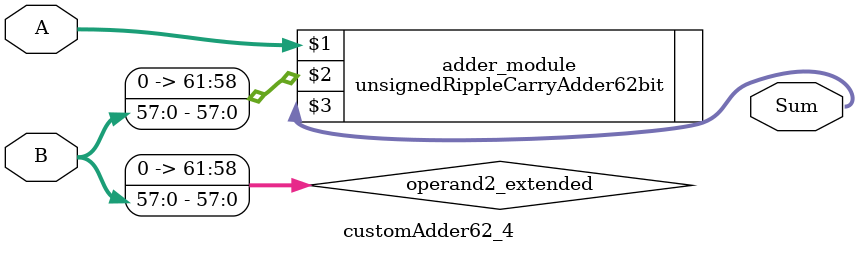
<source format=v>
module customAdder62_4(
                        input [61 : 0] A,
                        input [57 : 0] B,
                        
                        output [62 : 0] Sum
                );

        wire [61 : 0] operand2_extended;
        
        assign operand2_extended =  {4'b0, B};
        
        unsignedRippleCarryAdder62bit adder_module(
            A,
            operand2_extended,
            Sum
        );
        
        endmodule
        
</source>
